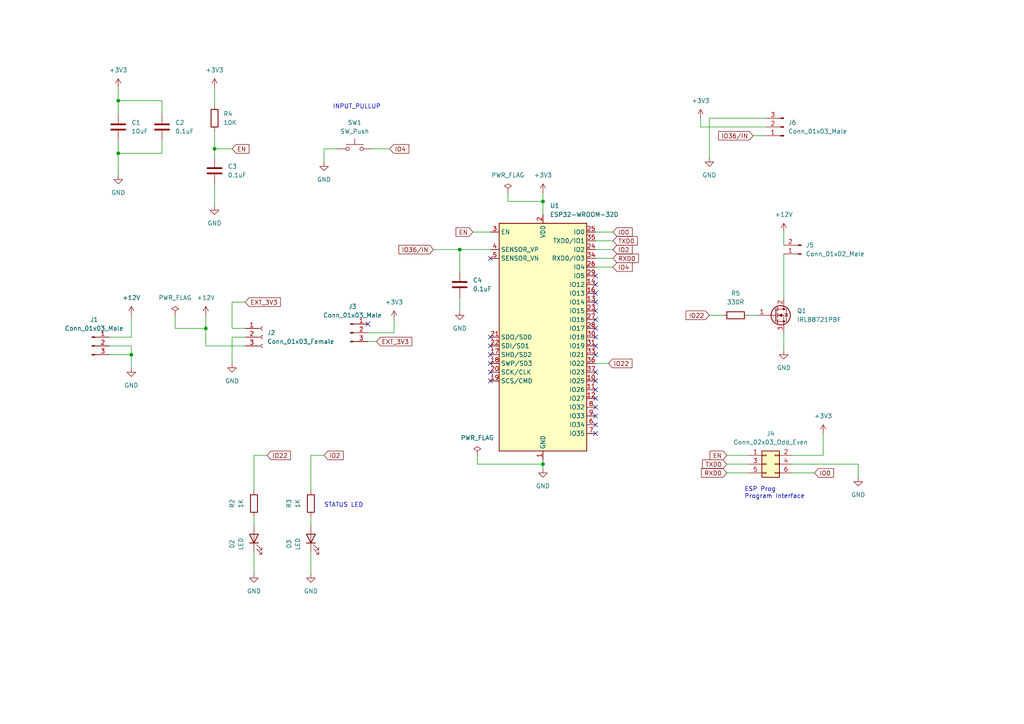
<source format=kicad_sch>
(kicad_sch (version 20211123) (generator eeschema)
  (paper "A4")
  (lib_symbols
    (symbol "Connector:Conn_01x02_Male" (pin_names (offset 1.016) hide)
      (property "Reference" "J" (at 0 2.54 0))
      (property "Value" "Conn_01x02_Male" (at 0 -5.08 0))
      (symbol "Conn_01x02_Male_1_1"
        (polyline (pts (xy 1.27 -2.54) (xy 0.8636 -2.54)) (stroke (width 0.1524)))
        (polyline (pts (xy 1.27 0) (xy 0.8636 0)) (stroke (width 0.1524)))
        (rectangle (start 0.8636 -2.413) (end 0 -2.667) (stroke (width 0.1524)) (fill (type outline)))
        (rectangle (start 0.8636 0.127) (end 0 -0.127) (stroke (width 0.1524)) (fill (type outline)))
        (pin passive line (at 5.08 0 180) (length 3.81) (name "Pin_1") (number "1"))
        (pin passive line (at 5.08 -2.54 180) (length 3.81) (name "Pin_2") (number "2"))
      )
    )
    (symbol "Connector:Conn_01x03_Female" (pin_names (offset 1.016) hide)
      (property "Reference" "J" (at 0 5.08 0))
      (property "Value" "Conn_01x03_Female" (at 0 -5.08 0))
      (symbol "Conn_01x03_Female_1_1"
        (arc (start 0 -2.032) (mid -0.508 -2.54) (end 0 -3.048) (stroke (width 0.1524)))
        (polyline (pts (xy -1.27 -2.54) (xy -0.508 -2.54)) (stroke (width 0.1524)))
        (polyline (pts (xy -1.27 0) (xy -0.508 0)) (stroke (width 0.1524)))
        (polyline (pts (xy -1.27 2.54) (xy -0.508 2.54)) (stroke (width 0.1524)))
        (arc (start 0 0.508) (mid -0.508 0) (end 0 -0.508) (stroke (width 0.1524)))
        (arc (start 0 3.048) (mid -0.508 2.54) (end 0 2.032) (stroke (width 0.1524)))
        (pin passive line (at -5.08 2.54 0) (length 3.81) (name "Pin_1") (number "1"))
        (pin passive line (at -5.08 0 0) (length 3.81) (name "Pin_2") (number "2"))
        (pin passive line (at -5.08 -2.54 0) (length 3.81) (name "Pin_3") (number "3"))
      )
    )
    (symbol "Connector:Conn_01x03_Male" (pin_names (offset 1.016) hide)
      (property "Reference" "J" (at 0 5.08 0))
      (property "Value" "Conn_01x03_Male" (at 0 -5.08 0))
      (symbol "Conn_01x03_Male_1_1"
        (polyline (pts (xy 1.27 -2.54) (xy 0.8636 -2.54)) (stroke (width 0.1524)))
        (polyline (pts (xy 1.27 0) (xy 0.8636 0)) (stroke (width 0.1524)))
        (polyline (pts (xy 1.27 2.54) (xy 0.8636 2.54)) (stroke (width 0.1524)))
        (rectangle (start 0.8636 -2.413) (end 0 -2.667) (stroke (width 0.1524)) (fill (type outline)))
        (rectangle (start 0.8636 0.127) (end 0 -0.127) (stroke (width 0.1524)) (fill (type outline)))
        (rectangle (start 0.8636 2.667) (end 0 2.413) (stroke (width 0.1524)) (fill (type outline)))
        (pin passive line (at 5.08 2.54 180) (length 3.81) (name "Pin_1") (number "1"))
        (pin passive line (at 5.08 0 180) (length 3.81) (name "Pin_2") (number "2"))
        (pin passive line (at 5.08 -2.54 180) (length 3.81) (name "Pin_3") (number "3"))
      )
    )
    (symbol "Connector_Generic:Conn_02x03_Odd_Even" (pin_names (offset 1.016) hide)
      (property "Reference" "J" (at 1.27 5.08 0))
      (property "Value" "Conn_02x03_Odd_Even" (at 1.27 -5.08 0))
      (symbol "Conn_02x03_Odd_Even_1_1"
        (rectangle (start -1.27 -2.413) (end 0 -2.667) (stroke (width 0.1524)))
        (rectangle (start -1.27 0.127) (end 0 -0.127) (stroke (width 0.1524)))
        (rectangle (start -1.27 2.667) (end 0 2.413) (stroke (width 0.1524)))
        (rectangle (start -1.27 3.81) (end 3.81 -3.81) (stroke (width 0.254)) (fill (type background)))
        (rectangle (start 3.81 -2.413) (end 2.54 -2.667) (stroke (width 0.1524)))
        (rectangle (start 3.81 0.127) (end 2.54 -0.127) (stroke (width 0.1524)))
        (rectangle (start 3.81 2.667) (end 2.54 2.413) (stroke (width 0.1524)))
        (pin passive line (at -5.08 2.54 0) (length 3.81) (name "Pin_1") (number "1"))
        (pin passive line (at 7.62 2.54 180) (length 3.81) (name "Pin_2") (number "2"))
        (pin passive line (at -5.08 0 0) (length 3.81) (name "Pin_3") (number "3"))
        (pin passive line (at 7.62 0 180) (length 3.81) (name "Pin_4") (number "4"))
        (pin passive line (at -5.08 -2.54 0) (length 3.81) (name "Pin_5") (number "5"))
        (pin passive line (at 7.62 -2.54 180) (length 3.81) (name "Pin_6") (number "6"))
      )
    )
    (symbol "Device:C" (pin_numbers hide) (pin_names (offset 0.254))
      (property "Reference" "C" (at 0.635 2.54 0))
      (property "Value" "C" (at 0.635 -2.54 0))
      (symbol "C_0_1"
        (polyline (pts (xy -2.032 -0.762) (xy 2.032 -0.762)) (stroke (width 0.508)))
        (polyline (pts (xy -2.032 0.762) (xy 2.032 0.762)) (stroke (width 0.508)))
      )
      (symbol "C_1_1"
        (pin passive line (at 0 3.81 270) (length 2.794) (name "~") (number "1"))
        (pin passive line (at 0 -3.81 90) (length 2.794) (name "~") (number "2"))
      )
    )
    (symbol "Device:LED" (pin_numbers hide) (pin_names (offset 1.016) hide)
      (property "Reference" "D" (at 0 2.54 0))
      (property "Value" "LED" (at 0 -2.54 0))
      (symbol "LED_0_1"
        (polyline (pts (xy -1.27 -1.27) (xy -1.27 1.27)) (stroke (width 0.254)))
        (polyline (pts (xy -1.27 0) (xy 1.27 0)))
        (polyline (pts (xy 1.27 -1.27) (xy 1.27 1.27) (xy -1.27 0) (xy 1.27 -1.27)) (stroke (width 0.254)))
        (polyline (pts (xy -3.048 -0.762) (xy -4.572 -2.286) (xy -3.81 -2.286) (xy -4.572 -2.286) (xy -4.572 -1.524)))
        (polyline (pts (xy -1.778 -0.762) (xy -3.302 -2.286) (xy -2.54 -2.286) (xy -3.302 -2.286) (xy -3.302 -1.524)))
      )
      (symbol "LED_1_1"
        (pin passive line (at -3.81 0 0) (length 2.54) (name "K") (number "1"))
        (pin passive line (at 3.81 0 180) (length 2.54) (name "A") (number "2"))
      )
    )
    (symbol "Device:R" (pin_numbers hide) (pin_names (offset 0))
      (property "Reference" "R" (at 2.032 0 90))
      (property "Value" "R" (at 0 0 90))
      (symbol "R_0_1"
        (rectangle (start -1.016 -2.54) (end 1.016 2.54) (stroke (width 0.254)))
      )
      (symbol "R_1_1"
        (pin passive line (at 0 3.81 270) (length 1.27) (name "~") (number "1"))
        (pin passive line (at 0 -3.81 90) (length 1.27) (name "~") (number "2"))
      )
    )
    (symbol "RF_Module:ESP32-WROOM-32D"
      (property "Reference" "U" (at -12.7 34.29 0))
      (property "Value" "ESP32-WROOM-32D" (at 1.27 34.29 0))
      (symbol "ESP32-WROOM-32D_0_1"
        (rectangle (start -12.7 33.02) (end 12.7 -33.02) (stroke (width 0.254)) (fill (type background)))
      )
      (symbol "ESP32-WROOM-32D_1_1"
        (pin power_in line (at 0 -35.56 90) (length 2.54) (name "GND") (number "1"))
        (pin bidirectional line (at 15.24 -12.7 180) (length 2.54) (name "IO25") (number "10"))
        (pin bidirectional line (at 15.24 -15.24 180) (length 2.54) (name "IO26") (number "11"))
        (pin bidirectional line (at 15.24 -17.78 180) (length 2.54) (name "IO27") (number "12"))
        (pin bidirectional line (at 15.24 10.16 180) (length 2.54) (name "IO14") (number "13"))
        (pin bidirectional line (at 15.24 15.24 180) (length 2.54) (name "IO12") (number "14"))
        (pin passive line (at 0 -35.56 90) (length 2.54) hide (name "GND") (number "15"))
        (pin bidirectional line (at 15.24 12.7 180) (length 2.54) (name "IO13") (number "16"))
        (pin bidirectional line (at -15.24 -5.08 0) (length 2.54) (name "SHD/SD2") (number "17"))
        (pin bidirectional line (at -15.24 -7.62 0) (length 2.54) (name "SWP/SD3") (number "18"))
        (pin bidirectional line (at -15.24 -12.7 0) (length 2.54) (name "SCS/CMD") (number "19"))
        (pin power_in line (at 0 35.56 270) (length 2.54) (name "VDD") (number "2"))
        (pin bidirectional line (at -15.24 -10.16 0) (length 2.54) (name "SCK/CLK") (number "20"))
        (pin bidirectional line (at -15.24 0 0) (length 2.54) (name "SDO/SD0") (number "21"))
        (pin bidirectional line (at -15.24 -2.54 0) (length 2.54) (name "SDI/SD1") (number "22"))
        (pin bidirectional line (at 15.24 7.62 180) (length 2.54) (name "IO15") (number "23"))
        (pin bidirectional line (at 15.24 25.4 180) (length 2.54) (name "IO2") (number "24"))
        (pin bidirectional line (at 15.24 30.48 180) (length 2.54) (name "IO0") (number "25"))
        (pin bidirectional line (at 15.24 20.32 180) (length 2.54) (name "IO4") (number "26"))
        (pin bidirectional line (at 15.24 5.08 180) (length 2.54) (name "IO16") (number "27"))
        (pin bidirectional line (at 15.24 2.54 180) (length 2.54) (name "IO17") (number "28"))
        (pin bidirectional line (at 15.24 17.78 180) (length 2.54) (name "IO5") (number "29"))
        (pin input line (at -15.24 30.48 0) (length 2.54) (name "EN") (number "3"))
        (pin bidirectional line (at 15.24 0 180) (length 2.54) (name "IO18") (number "30"))
        (pin bidirectional line (at 15.24 -2.54 180) (length 2.54) (name "IO19") (number "31"))
        (pin no_connect line (at -12.7 -27.94 0) (length 2.54) hide (name "NC") (number "32"))
        (pin bidirectional line (at 15.24 -5.08 180) (length 2.54) (name "IO21") (number "33"))
        (pin bidirectional line (at 15.24 22.86 180) (length 2.54) (name "RXD0/IO3") (number "34"))
        (pin bidirectional line (at 15.24 27.94 180) (length 2.54) (name "TXD0/IO1") (number "35"))
        (pin bidirectional line (at 15.24 -7.62 180) (length 2.54) (name "IO22") (number "36"))
        (pin bidirectional line (at 15.24 -10.16 180) (length 2.54) (name "IO23") (number "37"))
        (pin passive line (at 0 -35.56 90) (length 2.54) hide (name "GND") (number "38"))
        (pin passive line (at 0 -35.56 90) (length 2.54) hide (name "GND") (number "39"))
        (pin input line (at -15.24 25.4 0) (length 2.54) (name "SENSOR_VP") (number "4"))
        (pin input line (at -15.24 22.86 0) (length 2.54) (name "SENSOR_VN") (number "5"))
        (pin input line (at 15.24 -25.4 180) (length 2.54) (name "IO34") (number "6"))
        (pin input line (at 15.24 -27.94 180) (length 2.54) (name "IO35") (number "7"))
        (pin bidirectional line (at 15.24 -20.32 180) (length 2.54) (name "IO32") (number "8"))
        (pin bidirectional line (at 15.24 -22.86 180) (length 2.54) (name "IO33") (number "9"))
      )
    )
    (symbol "Switch:SW_Push" (pin_numbers hide) (pin_names (offset 1.016) hide)
      (property "Reference" "SW" (at 1.27 2.54 0))
      (property "Value" "SW_Push" (at 0 -1.524 0))
      (symbol "SW_Push_0_1"
        (circle (center -2.032 0) (radius 0.508))
        (polyline (pts (xy 0 1.27) (xy 0 3.048)))
        (polyline (pts (xy 2.54 1.27) (xy -2.54 1.27)))
        (circle (center 2.032 0) (radius 0.508))
        (pin passive line (at -5.08 0 0) (length 2.54) (name "1") (number "1"))
        (pin passive line (at 5.08 0 180) (length 2.54) (name "2") (number "2"))
      )
    )
    (symbol "Transistor_FET:IRLB8721PBF" (pin_names hide)
      (property "Reference" "Q" (at 6.35 1.905 0))
      (property "Value" "IRLB8721PBF" (at 6.35 0 0))
      (symbol "IRLB8721PBF_0_1"
        (polyline (pts (xy 0.254 0) (xy -2.54 0)))
        (polyline (pts (xy 0.254 1.905) (xy 0.254 -1.905)) (stroke (width 0.254)))
        (polyline (pts (xy 0.762 -1.27) (xy 0.762 -2.286)) (stroke (width 0.254)))
        (polyline (pts (xy 0.762 0.508) (xy 0.762 -0.508)) (stroke (width 0.254)))
        (polyline (pts (xy 0.762 2.286) (xy 0.762 1.27)) (stroke (width 0.254)))
        (polyline (pts (xy 2.54 2.54) (xy 2.54 1.778)))
        (polyline (pts (xy 2.54 -2.54) (xy 2.54 0) (xy 0.762 0)))
        (polyline (pts (xy 0.762 -1.778) (xy 3.302 -1.778) (xy 3.302 1.778) (xy 0.762 1.778)))
        (polyline (pts (xy 1.016 0) (xy 2.032 0.381) (xy 2.032 -0.381) (xy 1.016 0)) (fill (type outline)))
        (polyline (pts (xy 2.794 0.508) (xy 2.921 0.381) (xy 3.683 0.381) (xy 3.81 0.254)))
        (polyline (pts (xy 3.302 0.381) (xy 2.921 -0.254) (xy 3.683 -0.254) (xy 3.302 0.381)))
        (circle (center 1.651 0) (radius 2.794) (stroke (width 0.254)))
        (circle (center 2.54 -1.778) (radius 0.254) (fill (type outline)))
        (circle (center 2.54 1.778) (radius 0.254) (fill (type outline)))
      )
      (symbol "IRLB8721PBF_1_1"
        (pin input line (at -5.08 0 0) (length 2.54) (name "G") (number "1"))
        (pin passive line (at 2.54 5.08 270) (length 2.54) (name "D") (number "2"))
        (pin passive line (at 2.54 -5.08 90) (length 2.54) (name "S") (number "3"))
      )
    )
    (symbol "power:+12V" (power) (pin_names (offset 0))
      (property "Value" "+12V" (at 0 3.556 0))
      (symbol "+12V_0_1"
        (polyline (pts (xy -0.762 1.27) (xy 0 2.54)))
        (polyline (pts (xy 0 0) (xy 0 2.54)))
        (polyline (pts (xy 0 2.54) (xy 0.762 1.27)))
      )
      (symbol "+12V_1_1"
        (pin power_in line (at 0 0 90) (length 0) hide (name "+12V") (number "1"))
      )
    )
    (symbol "power:+3V3" (power) (pin_names (offset 0))
      (property "Value" "+3V3" (at 0 3.556 0))
      (symbol "+3V3_0_1"
        (polyline (pts (xy -0.762 1.27) (xy 0 2.54)))
        (polyline (pts (xy 0 0) (xy 0 2.54)))
        (polyline (pts (xy 0 2.54) (xy 0.762 1.27)))
      )
      (symbol "+3V3_1_1"
        (pin power_in line (at 0 0 90) (length 0) hide (name "+3V3") (number "1"))
      )
    )
    (symbol "power:GND" (power) (pin_names (offset 0))
      (property "Value" "GND" (at 0 -3.81 0))
      (symbol "GND_0_1"
        (polyline (pts (xy 0 0) (xy 0 -1.27) (xy 1.27 -1.27) (xy 0 -2.54) (xy -1.27 -1.27) (xy 0 -1.27)))
      )
      (symbol "GND_1_1"
        (pin power_in line (at 0 0 270) (length 0) hide (name "GND") (number "1"))
      )
    )
    (symbol "power:PWR_FLAG" (power) (pin_numbers hide) (pin_names (offset 0) hide)
      (property "Value" "PWR_FLAG" (at 0 3.81 0))
      (symbol "PWR_FLAG_0_0"
        (pin power_out line (at 0 0 90) (length 0) (name "pwr") (number "1"))
      )
      (symbol "PWR_FLAG_0_1"
        (polyline (pts (xy 0 0) (xy 0 1.27) (xy -1.016 1.905) (xy 0 2.54) (xy 1.016 1.905) (xy 0 1.27)))
      )
    )
  )
  (junction (at 59.69 95.25))
  (junction (at 34.29 44.45))
  (junction (at 38.1 102.87))
  (junction (at 34.29 29.21))
  (junction (at 62.23 43.18))
  (junction (at 157.48 58.42))
  (junction (at 133.35 72.39))
  (junction (at 157.48 134.62))
  (no_connect (at 106.68 93.98))
  (no_connect (at 172.72 120.65))
  (no_connect (at 172.72 82.55))
  (no_connect (at 172.72 118.11))
  (no_connect (at 142.24 107.95))
  (no_connect (at 142.24 100.33))
  (no_connect (at 142.24 97.79))
  (no_connect (at 142.24 105.41))
  (no_connect (at 142.24 102.87))
  (no_connect (at 142.24 110.49))
  (no_connect (at 142.24 74.93))
  (no_connect (at 172.72 97.79))
  (no_connect (at 172.72 100.33))
  (no_connect (at 172.72 102.87))
  (no_connect (at 172.72 107.95))
  (no_connect (at 172.72 115.57))
  (no_connect (at 172.72 123.19))
  (no_connect (at 172.72 125.73))
  (no_connect (at 172.72 113.03))
  (no_connect (at 172.72 110.49))
  (no_connect (at 172.72 95.25))
  (no_connect (at 172.72 85.09))
  (no_connect (at 172.72 87.63))
  (no_connect (at 172.72 90.17))
  (no_connect (at 172.72 92.71))
  (no_connect (at 172.72 80.01))
  (wire (pts (xy 90.17 149.86) (xy 90.17 152.4)))
  (wire (pts (xy 229.87 137.16) (xy 236.22 137.16)))
  (wire (pts (xy 147.32 58.42) (xy 157.48 58.42)))
  (wire (pts (xy 172.72 72.39) (xy 177.8 72.39)))
  (wire (pts (xy 125.73 72.39) (xy 133.35 72.39)))
  (wire (pts (xy 210.82 132.08) (xy 217.17 132.08)))
  (wire (pts (xy 238.76 132.08) (xy 229.87 132.08)))
  (wire (pts (xy 38.1 106.68) (xy 38.1 102.87)))
  (wire (pts (xy 46.99 44.45) (xy 46.99 40.64)))
  (wire (pts (xy 147.32 55.88) (xy 147.32 58.42)))
  (wire (pts (xy 62.23 43.18) (xy 62.23 45.72)))
  (wire (pts (xy 50.8 95.25) (xy 59.69 95.25)))
  (wire (pts (xy 73.66 132.08) (xy 73.66 142.24)))
  (wire (pts (xy 62.23 53.34) (xy 62.23 59.69)))
  (wire (pts (xy 157.48 133.35) (xy 157.48 134.62)))
  (wire (pts (xy 227.33 67.31) (xy 227.33 71.12)))
  (wire (pts (xy 210.82 134.62) (xy 217.17 134.62)))
  (wire (pts (xy 71.12 95.25) (xy 67.31 95.25)))
  (wire (pts (xy 71.12 87.63) (xy 67.31 87.63)))
  (wire (pts (xy 172.72 69.85) (xy 177.8 69.85)))
  (wire (pts (xy 71.12 100.33) (xy 59.69 100.33)))
  (wire (pts (xy 217.17 91.44) (xy 219.71 91.44)))
  (wire (pts (xy 203.2 36.83) (xy 222.25 36.83)))
  (wire (pts (xy 203.2 34.29) (xy 203.2 36.83)))
  (wire (pts (xy 138.43 134.62) (xy 157.48 134.62)))
  (wire (pts (xy 157.48 134.62) (xy 157.48 135.89)))
  (wire (pts (xy 34.29 40.64) (xy 34.29 44.45)))
  (wire (pts (xy 138.43 132.08) (xy 138.43 134.62)))
  (wire (pts (xy 90.17 160.02) (xy 90.17 166.37)))
  (wire (pts (xy 210.82 137.16) (xy 217.17 137.16)))
  (wire (pts (xy 133.35 72.39) (xy 142.24 72.39)))
  (wire (pts (xy 205.74 91.44) (xy 209.55 91.44)))
  (wire (pts (xy 71.12 97.79) (xy 67.31 97.79)))
  (wire (pts (xy 38.1 100.33) (xy 38.1 102.87)))
  (wire (pts (xy 77.47 132.08) (xy 73.66 132.08)))
  (wire (pts (xy 34.29 44.45) (xy 46.99 44.45)))
  (wire (pts (xy 227.33 96.52) (xy 227.33 101.6)))
  (wire (pts (xy 172.72 77.47) (xy 177.8 77.47)))
  (wire (pts (xy 227.33 73.66) (xy 227.33 86.36)))
  (wire (pts (xy 172.72 105.41) (xy 176.53 105.41)))
  (wire (pts (xy 205.74 34.29) (xy 222.25 34.29)))
  (wire (pts (xy 137.16 67.31) (xy 142.24 67.31)))
  (wire (pts (xy 50.8 91.44) (xy 50.8 95.25)))
  (wire (pts (xy 172.72 67.31) (xy 177.8 67.31)))
  (wire (pts (xy 34.29 29.21) (xy 46.99 29.21)))
  (wire (pts (xy 238.76 125.73) (xy 238.76 132.08)))
  (wire (pts (xy 31.75 97.79) (xy 38.1 97.79)))
  (wire (pts (xy 107.95 43.18) (xy 113.03 43.18)))
  (wire (pts (xy 93.98 132.08) (xy 90.17 132.08)))
  (wire (pts (xy 157.48 55.88) (xy 157.48 58.42)))
  (wire (pts (xy 106.68 99.06) (xy 109.22 99.06)))
  (wire (pts (xy 93.98 43.18) (xy 97.79 43.18)))
  (wire (pts (xy 205.74 34.29) (xy 205.74 45.72)))
  (wire (pts (xy 157.48 58.42) (xy 157.48 62.23)))
  (wire (pts (xy 38.1 97.79) (xy 38.1 91.44)))
  (wire (pts (xy 90.17 132.08) (xy 90.17 142.24)))
  (wire (pts (xy 59.69 100.33) (xy 59.69 95.25)))
  (wire (pts (xy 114.3 92.71) (xy 114.3 96.52)))
  (wire (pts (xy 67.31 43.18) (xy 62.23 43.18)))
  (wire (pts (xy 62.23 25.4) (xy 62.23 30.48)))
  (wire (pts (xy 34.29 25.4) (xy 34.29 29.21)))
  (wire (pts (xy 34.29 29.21) (xy 34.29 33.02)))
  (wire (pts (xy 67.31 87.63) (xy 67.31 95.25)))
  (wire (pts (xy 34.29 44.45) (xy 34.29 50.8)))
  (wire (pts (xy 133.35 86.36) (xy 133.35 90.17)))
  (wire (pts (xy 93.98 46.99) (xy 93.98 43.18)))
  (wire (pts (xy 229.87 134.62) (xy 248.92 134.62)))
  (wire (pts (xy 172.72 74.93) (xy 177.8 74.93)))
  (wire (pts (xy 73.66 149.86) (xy 73.66 152.4)))
  (wire (pts (xy 248.92 134.62) (xy 248.92 138.43)))
  (wire (pts (xy 218.44 39.37) (xy 222.25 39.37)))
  (wire (pts (xy 114.3 96.52) (xy 106.68 96.52)))
  (wire (pts (xy 67.31 97.79) (xy 67.31 105.41)))
  (wire (pts (xy 31.75 100.33) (xy 38.1 100.33)))
  (wire (pts (xy 62.23 38.1) (xy 62.23 43.18)))
  (wire (pts (xy 133.35 72.39) (xy 133.35 78.74)))
  (wire (pts (xy 46.99 29.21) (xy 46.99 33.02)))
  (wire (pts (xy 73.66 160.02) (xy 73.66 166.37)))
  (wire (pts (xy 59.69 95.25) (xy 59.69 91.44)))
  (wire (pts (xy 38.1 102.87) (xy 31.75 102.87)))
  (text "ESP Prog\nProgram Interface" (at 215.9 144.78 0) (effects (font (size 1.27 1.27)) (justify left bottom)))
  (text "STATUS LED" (at 93.98 147.32 0) (effects (font (size 1.27 1.27)) (justify left bottom)))
  (text "INPUT_PULLUP" (at 96.52 31.75 0) (effects (font (size 1.27 1.27)) (justify left bottom)))
  (global_label "EN" (shape input) (at 137.16 67.31 180) (property "Intersheet References" "${INTERSHEET_REFS}" (effects hide)))
  (global_label "IO36{slash}IN" (shape input) (at 125.73 72.39 180) (property "Intersheet References" "${INTERSHEET_REFS}" (effects hide)))
  (global_label "TXD0" (shape input) (at 177.8 69.85 0) (property "Intersheet References" "${INTERSHEET_REFS}" (effects hide)))
  (global_label "EXT_3V3" (shape input) (at 109.22 99.06 0) (property "Intersheet References" "${INTERSHEET_REFS}" (effects hide)))
  (global_label "RXD0" (shape input) (at 210.82 137.16 180) (property "Intersheet References" "${INTERSHEET_REFS}" (effects hide)))
  (global_label "IO0" (shape input) (at 236.22 137.16 0) (property "Intersheet References" "${INTERSHEET_REFS}" (effects hide)))
  (global_label "IO4" (shape input) (at 113.03 43.18 0) (property "Intersheet References" "${INTERSHEET_REFS}" (effects hide)))
  (global_label "IO2" (shape input) (at 177.8 72.39 0) (property "Intersheet References" "${INTERSHEET_REFS}" (effects hide)))
  (global_label "EN" (shape input) (at 210.82 132.08 180) (property "Intersheet References" "${INTERSHEET_REFS}" (effects hide)))
  (global_label "IO22" (shape input) (at 205.74 91.44 180) (property "Intersheet References" "${INTERSHEET_REFS}" (effects hide)))
  (global_label "IO0" (shape input) (at 177.8 67.31 0) (property "Intersheet References" "${INTERSHEET_REFS}" (effects hide)))
  (global_label "TXD0" (shape input) (at 210.82 134.62 180) (property "Intersheet References" "${INTERSHEET_REFS}" (effects hide)))
  (global_label "IO36{slash}IN" (shape input) (at 218.44 39.37 180) (property "Intersheet References" "${INTERSHEET_REFS}" (effects hide)))
  (global_label "RXD0" (shape input) (at 177.8 74.93 0) (property "Intersheet References" "${INTERSHEET_REFS}" (effects hide)))
  (global_label "EXT_3V3" (shape input) (at 71.12 87.63 0) (property "Intersheet References" "${INTERSHEET_REFS}" (effects hide)))
  (global_label "EN" (shape input) (at 67.31 43.18 0) (property "Intersheet References" "${INTERSHEET_REFS}" (effects hide)))
  (global_label "IO22" (shape input) (at 77.47 132.08 0) (property "Intersheet References" "${INTERSHEET_REFS}" (effects hide)))
  (global_label "IO22" (shape input) (at 176.53 105.41 0) (property "Intersheet References" "${INTERSHEET_REFS}" (effects hide)))
  (global_label "IO4" (shape input) (at 177.8 77.47 0) (property "Intersheet References" "${INTERSHEET_REFS}" (effects hide)))
  (global_label "IO2" (shape input) (at 93.98 132.08 0) (property "Intersheet References" "${INTERSHEET_REFS}" (effects hide)))
  (symbol (lib_id "power:GND") (at 67.31 105.41 0) (unit 1)
    (property "Reference" "#PWR010" (effects hide))
    (property "Value" "GND" (at 67.31 110.49 0))
  )
  (symbol (lib_id "power:+3V3") (at 62.23 25.4 0) (unit 1)
    (property "Reference" "#PWR012" (effects hide))
    (property "Value" "+3V3" (at 62.23 20.32 0))
  )
  (symbol (lib_id "Device:R") (at 73.66 146.05 180) (unit 1)
    (property "Reference" "R2" (at 67.31 146.05 90))
    (property "Value" "1K" (at 69.85 146.05 90))
    (property "Footprint" "Resistor_THT:R_Axial_DIN0204_L3.6mm_D1.6mm_P5.08mm_Horizontal" (effects hide))
  )
  (symbol (lib_id "power:+12V") (at 59.69 91.44 0) (unit 1)
    (property "Reference" "#PWR08" (effects hide))
    (property "Value" "+12V" (at 59.69 86.36 0))
  )
  (symbol (lib_id "Connector:Conn_01x03_Male") (at 101.6 96.52 0) (unit 1)
    (property "Reference" "J3" (at 102.235 88.9 0))
    (property "Value" "Conn_01x03_Male" (at 102.235 91.44 0))
    (property "Footprint" "Connector_PinHeader_2.54mm:PinHeader_1x03_P2.54mm_Vertical" (effects hide))
  )
  (symbol (lib_id "power:PWR_FLAG") (at 50.8 91.44 0) (unit 1)
    (property "Reference" "#FLG0102" (effects hide))
    (property "Value" "PWR_FLAG" (at 50.8 86.36 0))
  )
  (symbol (lib_id "power:GND") (at 62.23 59.69 0) (unit 1)
    (property "Reference" "#PWR013" (effects hide))
    (property "Value" "GND" (at 62.23 64.77 0))
  )
  (symbol (lib_id "power:GND") (at 157.48 135.89 0) (unit 1)
    (property "Reference" "#PWR0102" (effects hide))
    (property "Value" "GND" (at 157.48 140.97 0))
  )
  (symbol (lib_id "power:+3V3") (at 157.48 55.88 0) (unit 1)
    (property "Reference" "#PWR0101" (effects hide))
    (property "Value" "+3V3" (at 157.48 50.8 0))
  )
  (symbol (lib_id "power:PWR_FLAG") (at 138.43 132.08 0) (unit 1)
    (property "Reference" "#FLG0103" (effects hide))
    (property "Value" "PWR_FLAG" (at 138.43 127 0))
  )
  (symbol (lib_id "power:GND") (at 73.66 166.37 0) (unit 1)
    (property "Reference" "#PWR07" (effects hide))
    (property "Value" "GND" (at 73.66 171.45 0))
  )
  (symbol (lib_id "power:GND") (at 248.92 138.43 0) (unit 1)
    (property "Reference" "#PWR016" (effects hide))
    (property "Value" "GND" (at 248.92 143.51 0))
  )
  (symbol (lib_id "power:+3V3") (at 238.76 125.73 0) (unit 1)
    (property "Reference" "#PWR015" (effects hide))
    (property "Value" "+3V3" (at 238.76 120.65 0))
  )
  (symbol (lib_id "Transistor_FET:IRLB8721PBF") (at 224.79 91.44 0) (unit 1)
    (property "Reference" "Q1" (at 231.14 90.1699 0) (effects (justify left)))
    (property "Value" "IRLB8721PBF" (at 231.14 92.7099 0) (effects (justify left)))
    (property "Footprint" "Package_TO_SOT_THT:TO-220-3_Vertical" (effects hide))
    (property "Datasheet" "http://www.infineon.com/dgdl/irlb8721pbf.pdf?fileId=5546d462533600a40153566056732591" (effects hide))
  )
  (symbol (lib_id "RF_Module:ESP32-WROOM-32D") (at 157.48 97.79 0) (unit 1)
    (property "Reference" "U1" (at 159.4994 59.69 0) (effects (justify left)))
    (property "Value" "ESP32-WROOM-32D" (at 159.4994 62.23 0) (effects (justify left)))
    (property "Footprint" "RF_Module:ESP32-WROOM-32" (effects hide))
    (property "Datasheet" "https://www.espressif.com/sites/default/files/documentation/esp32-wroom-32d_esp32-wroom-32u_datasheet_en.pdf" (effects hide))
  )
  (symbol (lib_id "power:GND") (at 133.35 90.17 0) (unit 1)
    (property "Reference" "#PWR0104" (effects hide))
    (property "Value" "GND" (at 133.35 95.25 0))
  )
  (symbol (lib_id "Switch:SW_Push") (at 102.87 43.18 0) (unit 1)
    (property "Reference" "SW1" (at 102.87 35.56 0))
    (property "Value" "SW_Push" (at 102.87 38.1 0))
    (property "Footprint" "Button_Switch_THT:SW_PUSH_6mm_H5mm" (effects hide))
  )
  (symbol (lib_id "power:GND") (at 227.33 101.6 0) (unit 1)
    (property "Reference" "#PWR017" (effects hide))
    (property "Value" "GND" (at 227.33 106.68 0))
  )
  (symbol (lib_id "Device:R") (at 90.17 146.05 180) (unit 1)
    (property "Reference" "R3" (at 83.82 146.05 90))
    (property "Value" "1K" (at 86.36 146.05 90))
    (property "Footprint" "Resistor_THT:R_Axial_DIN0204_L3.6mm_D1.6mm_P5.08mm_Horizontal" (effects hide))
  )
  (symbol (lib_id "Device:R") (at 213.36 91.44 90) (unit 1)
    (property "Reference" "R5" (at 213.36 85.09 90))
    (property "Value" "330R" (at 213.36 87.63 90))
    (property "Footprint" "Resistor_THT:R_Axial_DIN0204_L3.6mm_D1.6mm_P5.08mm_Horizontal" (effects hide))
  )
  (symbol (lib_id "power:+12V") (at 227.33 67.31 0) (unit 1)
    (property "Reference" "#PWR018" (effects hide))
    (property "Value" "+12V" (at 227.33 62.23 0))
  )
  (symbol (lib_id "Device:C") (at 46.99 36.83 0) (unit 1)
    (property "Reference" "C2" (at 50.8 35.5599 0) (effects (justify left)))
    (property "Value" "0.1uF" (at 50.8 38.0999 0) (effects (justify left)))
    (property "Footprint" "Capacitor_THT:C_Disc_D4.7mm_W2.5mm_P5.00mm" (effects hide))
  )
  (symbol (lib_id "Connector:Conn_01x02_Male") (at 232.41 73.66 180) (unit 1)
    (property "Reference" "J5" (at 233.68 71.1199 0) (effects (justify right)))
    (property "Value" "Conn_01x02_Male" (at 233.68 73.6599 0) (effects (justify right)))
    (property "Footprint" "Connector_JST:JST_XH_B2B-XH-A_1x02_P2.50mm_Vertical" (effects hide))
  )
  (symbol (lib_id "power:GND") (at 205.74 45.72 0) (unit 1)
    (property "Reference" "#PWR03" (effects hide))
    (property "Value" "GND" (at 205.74 50.8 0))
  )
  (symbol (lib_id "Connector:Conn_01x03_Male") (at 227.33 36.83 180) (unit 1)
    (property "Reference" "J6" (at 228.6 35.5599 0) (effects (justify right)))
    (property "Value" "Conn_01x03_Male" (at 228.6 38.0999 0) (effects (justify right)))
    (property "Footprint" "Connector_JST:JST_XH_B3B-XH-A_1x03_P2.50mm_Vertical" (effects hide))
  )
  (symbol (lib_id "power:+3V3") (at 34.29 25.4 0) (unit 1)
    (property "Reference" "#PWR01" (effects hide))
    (property "Value" "+3V3" (at 34.29 20.32 0))
  )
  (symbol (lib_id "power:GND") (at 93.98 46.99 0) (unit 1)
    (property "Reference" "#PWR04" (effects hide))
    (property "Value" "GND" (at 93.98 52.07 0))
  )
  (symbol (lib_id "power:GND") (at 90.17 166.37 0) (unit 1)
    (property "Reference" "#PWR09" (effects hide))
    (property "Value" "GND" (at 90.17 171.45 0))
  )
  (symbol (lib_id "power:GND") (at 38.1 106.68 0) (unit 1)
    (property "Reference" "#PWR06" (effects hide))
    (property "Value" "GND" (at 38.1 111.76 0))
  )
  (symbol (lib_id "Device:C") (at 62.23 49.53 0) (unit 1)
    (property "Reference" "C3" (at 66.04 48.2599 0) (effects (justify left)))
    (property "Value" "0.1uF" (at 66.04 50.7999 0) (effects (justify left)))
    (property "Footprint" "Capacitor_THT:C_Disc_D4.7mm_W2.5mm_P5.00mm" (effects hide))
  )
  (symbol (lib_id "Device:C") (at 34.29 36.83 0) (unit 1)
    (property "Reference" "C1" (at 38.1 35.5599 0) (effects (justify left)))
    (property "Value" "10uF" (at 38.1 38.0999 0) (effects (justify left)))
    (property "Footprint" "Capacitor_THT:C_Disc_D4.7mm_W2.5mm_P5.00mm" (effects hide))
  )
  (symbol (lib_id "power:+12V") (at 38.1 91.44 0) (unit 1)
    (property "Reference" "#PWR05" (effects hide))
    (property "Value" "+12V" (at 38.1 86.36 0))
  )
  (symbol (lib_id "power:GND") (at 34.29 50.8 0) (unit 1)
    (property "Reference" "#PWR02" (effects hide))
    (property "Value" "GND" (at 34.29 55.88 0))
  )
  (symbol (lib_id "Device:LED") (at 90.17 156.21 90) (unit 1)
    (property "Reference" "D3" (at 83.82 157.7975 0))
    (property "Value" "LED" (at 86.36 157.7975 0))
    (property "Footprint" "LED_THT:LED_D3.0mm" (effects hide))
  )
  (symbol (lib_id "Device:R") (at 62.23 34.29 0) (unit 1)
    (property "Reference" "R4" (at 64.77 33.0199 0) (effects (justify left)))
    (property "Value" "10K" (at 64.77 35.5599 0) (effects (justify left)))
    (property "Footprint" "Resistor_THT:R_Axial_DIN0204_L3.6mm_D1.6mm_P5.08mm_Horizontal" (effects hide))
  )
  (symbol (lib_id "Device:LED") (at 73.66 156.21 90) (unit 1)
    (property "Reference" "D2" (at 67.31 157.7975 0))
    (property "Value" "LED" (at 69.85 157.7975 0))
    (property "Footprint" "LED_THT:LED_D3.0mm" (effects hide))
  )
  (symbol (lib_id "power:PWR_FLAG") (at 147.32 55.88 0) (unit 1)
    (property "Reference" "#FLG0101" (effects hide))
    (property "Value" "PWR_FLAG" (at 147.32 50.8 0))
  )
  (symbol (lib_id "power:+3V3") (at 203.2 34.29 0) (unit 1)
    (property "Reference" "#PWR0103" (effects hide))
    (property "Value" "+3V3" (at 203.2 29.21 0))
  )
  (symbol (lib_id "Connector_Generic:Conn_02x03_Odd_Even") (at 222.25 134.62 0) (unit 1)
    (property "Reference" "J4" (at 223.52 125.73 0))
    (property "Value" "Conn_02x03_Odd_Even" (at 223.52 128.27 0))
    (property "Footprint" "Connector_IDC:IDC-Header_2x03_P2.54mm_Vertical" (effects hide))
  )
  (symbol (lib_id "power:+3V3") (at 114.3 92.71 0) (unit 1)
    (property "Reference" "#PWR014" (effects hide))
    (property "Value" "+3V3" (at 114.3 87.63 0))
  )
  (symbol (lib_id "Connector:Conn_01x03_Male") (at 26.67 100.33 0) (unit 1)
    (property "Reference" "J1" (at 27.305 92.71 0))
    (property "Value" "Conn_01x03_Male" (at 27.305 95.25 0))
    (property "Footprint" "Connector_PinHeader_2.54mm:PinHeader_1x03_P2.54mm_Vertical" (effects hide))
  )
  (symbol (lib_id "Device:C") (at 133.35 82.55 0) (unit 1)
    (property "Reference" "C4" (at 137.16 81.2799 0) (effects (justify left)))
    (property "Value" "0.1uF" (at 137.16 83.8199 0) (effects (justify left)))
    (property "Footprint" "Capacitor_THT:C_Disc_D4.7mm_W2.5mm_P5.00mm" (effects hide))
  )
  (symbol (lib_id "Connector:Conn_01x03_Female") (at 76.2 97.79 0) (unit 1)
    (property "Reference" "J2" (at 77.47 96.5199 0) (effects (justify left)))
    (property "Value" "Conn_01x03_Female" (at 77.47 99.0599 0) (effects (justify left)))
    (property "Footprint" "Connector_PinSocket_2.54mm:PinSocket_1x03_P2.54mm_Vertical" (effects hide))
  )
)
</source>
